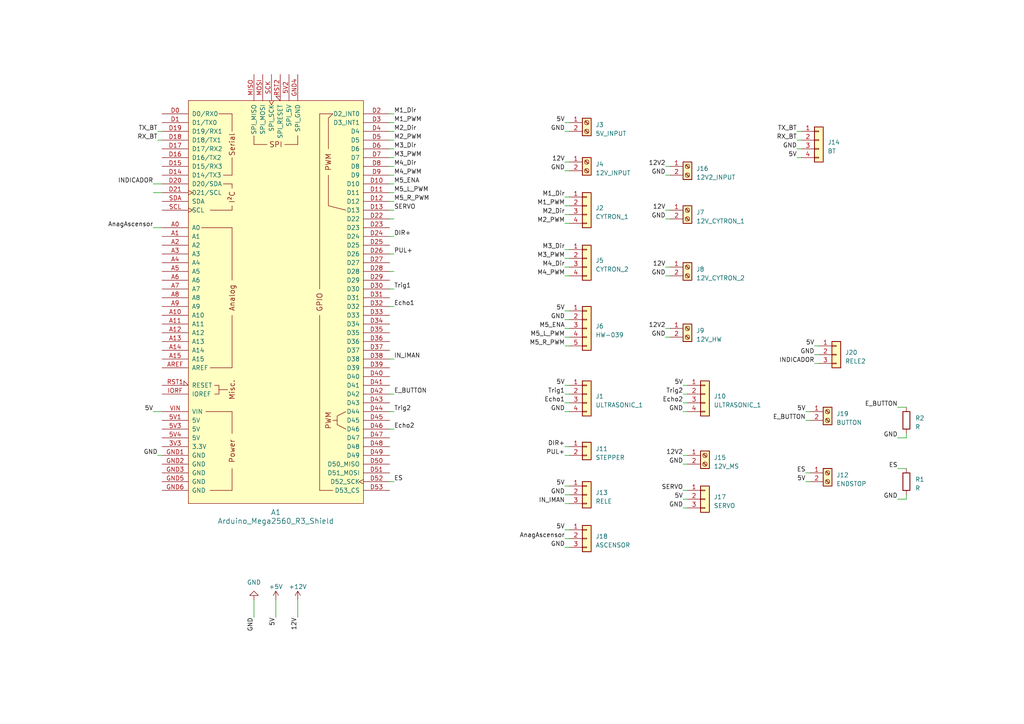
<source format=kicad_sch>
(kicad_sch (version 20230121) (generator eeschema)
  (paper "A4")
  (lib_symbols
    (symbol "ARDUINO:Arduino_Mega2560_R3_Shield" (pin_names (offset 1.016))
      (property "Reference" "A" (at 0 -62.23 0))
      (property "Value" "Arduino_Mega2560_R3_Shield" (at 0 -66.04 0))
      (symbol "Arduino_Mega2560_R3_Shield_0_0"
        (rectangle (start -25.4 -58.42) (end 25.4 58.42) (fill (type background)))
        (rectangle (start -20.32 -31.75) (end -12.7 -31.75))
        (rectangle (start -19.05 -54.61) (end -12.7 -54.61))
        (rectangle (start -19.05 -19.05) (end -12.7 -19.05))
        (rectangle (start -19.05 26.67) (end -12.7 26.67))
        (rectangle (start -17.78 -26.67) (end -16.51 -26.67))
        (rectangle (start -17.78 -24.13) (end -16.51 -24.13))
        (rectangle (start -16.51 -25.4) (end -13.97 -25.4))
        (rectangle (start -16.51 -24.13) (end -16.51 -26.67))
        (rectangle (start -16.51 54.61) (end -12.7 54.61))
        (rectangle (start -15.24 34.29) (end -12.7 34.29))
        (rectangle (start -15.24 36.83) (end -12.7 36.83))
        (rectangle (start -12.7 -54.61) (end -12.7 -48.26))
        (rectangle (start -12.7 -31.75) (end -12.7 -38.1))
        (rectangle (start -12.7 26.67) (end -12.7 27.94))
        (rectangle (start -12.7 34.29) (end -12.7 33.02))
        (rectangle (start -12.7 41.91) (end -12.7 36.83))
        (rectangle (start -12.7 49.53) (end -12.7 54.61))
        (rectangle (start -6.35 48.26) (end -6.35 45.72))
        (rectangle (start -2.54 45.72) (end -6.35 45.72))
        (polyline (pts (xy -21.59 21.59) (xy -12.7 21.59)))
        (polyline (pts (xy -12.7 -19.05) (xy -12.7 -3.81)))
        (polyline (pts (xy -12.7 6.35) (xy -12.7 21.59)))
        (polyline (pts (xy 12.7 -54.61) (xy 16.51 -54.61)))
        (polyline (pts (xy 12.7 54.61) (xy 16.51 54.61)))
        (polyline (pts (xy 17.78 -34.29) (xy 16.51 -34.29)))
        (polyline (pts (xy 15.24 36.83) (xy 15.24 27.94) (xy 20.32 26.67)))
        (polyline (pts (xy 15.24 44.45) (xy 15.24 53.34) (xy 16.51 54.61)))
        (polyline (pts (xy 20.32 -31.75) (xy 17.78 -33.02) (xy 17.78 -35.56) (xy 20.32 -36.83)))
        (rectangle (start 6.35 45.72) (end 2.54 45.72))
        (rectangle (start 6.35 48.26) (end 6.35 45.72))
        (text "Analog" (at -12.7 1.27 900) (effects (font (size 1.524 1.524))))
        (text "I²C" (at -12.7 30.48 900) (effects (font (size 1.524 1.524))))
        (text "Misc." (at -12.7 -25.4 900) (effects (font (size 1.524 1.524))))
        (text "Power" (at -12.7 -43.18 900) (effects (font (size 1.524 1.524))))
        (text "PWM" (at 15.24 -34.29 900) (effects (font (size 1.524 1.524))))
        (text "PWM" (at 15.24 40.64 900) (effects (font (size 1.524 1.524))))
        (text "Serial" (at -12.7 45.72 900) (effects (font (size 1.524 1.524))))
        (text "SPI" (at 0 45.72 0) (effects (font (size 1.524 1.524))))
      )
      (symbol "Arduino_Mega2560_R3_Shield_1_0"
        (rectangle (start 12.7 -54.61) (end 12.7 -3.81))
        (rectangle (start 12.7 54.61) (end 12.7 3.81))
        (text "GPIO" (at 12.7 0 900) (effects (font (size 1.524 1.524))))
      )
      (symbol "Arduino_Mega2560_R3_Shield_1_1"
        (pin power_out line (at -33.02 -41.91 0) (length 7.62) (name "3.3V") (number "3V3"))
        (pin power_in line (at -33.02 -34.29 0) (length 7.62) (name "5V") (number "5V1"))
        (pin power_in line (at 3.81 66.04 270) (length 7.62) (name "SPI_5V") (number "5V2"))
        (pin power_in line (at -33.02 -36.83 0) (length 7.62) (name "5V") (number "5V3"))
        (pin power_in line (at -33.02 -39.37 0) (length 7.62) (name "5V") (number "5V4"))
        (pin bidirectional line (at -33.02 21.59 0) (length 7.62) (name "A0") (number "A0"))
        (pin bidirectional line (at -33.02 19.05 0) (length 7.62) (name "A1") (number "A1"))
        (pin bidirectional line (at -33.02 -3.81 0) (length 7.62) (name "A10") (number "A10"))
        (pin bidirectional line (at -33.02 -6.35 0) (length 7.62) (name "A11") (number "A11"))
        (pin bidirectional line (at -33.02 -8.89 0) (length 7.62) (name "A12") (number "A12"))
        (pin bidirectional line (at -33.02 -11.43 0) (length 7.62) (name "A13") (number "A13"))
        (pin bidirectional line (at -33.02 -13.97 0) (length 7.62) (name "A14") (number "A14"))
        (pin bidirectional line (at -33.02 -16.51 0) (length 7.62) (name "A15") (number "A15"))
        (pin bidirectional line (at -33.02 16.51 0) (length 7.62) (name "A2") (number "A2"))
        (pin bidirectional line (at -33.02 13.97 0) (length 7.62) (name "A3") (number "A3"))
        (pin bidirectional line (at -33.02 11.43 0) (length 7.62) (name "A4") (number "A4"))
        (pin bidirectional line (at -33.02 8.89 0) (length 7.62) (name "A5") (number "A5"))
        (pin bidirectional line (at -33.02 6.35 0) (length 7.62) (name "A6") (number "A6"))
        (pin bidirectional line (at -33.02 3.81 0) (length 7.62) (name "A7") (number "A7"))
        (pin bidirectional line (at -33.02 1.27 0) (length 7.62) (name "A8") (number "A8"))
        (pin bidirectional line (at -33.02 -1.27 0) (length 7.62) (name "A9") (number "A9"))
        (pin input line (at -33.02 -19.05 0) (length 7.62) (name "AREF") (number "AREF"))
        (pin bidirectional line (at -33.02 54.61 0) (length 7.62) (name "D0/RX0") (number "D0"))
        (pin bidirectional line (at -33.02 52.07 0) (length 7.62) (name "D1/TX0") (number "D1"))
        (pin bidirectional line (at 33.02 34.29 180) (length 7.62) (name "D10") (number "D10"))
        (pin bidirectional line (at 33.02 31.75 180) (length 7.62) (name "D11") (number "D11"))
        (pin bidirectional line (at 33.02 29.21 180) (length 7.62) (name "D12") (number "D12"))
        (pin bidirectional line (at 33.02 26.67 180) (length 7.62) (name "D13") (number "D13"))
        (pin bidirectional line (at -33.02 36.83 0) (length 7.62) (name "D14/TX3") (number "D14"))
        (pin bidirectional line (at -33.02 39.37 0) (length 7.62) (name "D15/RX3") (number "D15"))
        (pin bidirectional line (at -33.02 41.91 0) (length 7.62) (name "D16/TX2") (number "D16"))
        (pin bidirectional line (at -33.02 44.45 0) (length 7.62) (name "D17/RX2") (number "D17"))
        (pin bidirectional line (at -33.02 46.99 0) (length 7.62) (name "D18/TX1") (number "D18"))
        (pin bidirectional line (at -33.02 49.53 0) (length 7.62) (name "D19/RX1") (number "D19"))
        (pin bidirectional line (at 33.02 54.61 180) (length 7.62) (name "D2_INT0") (number "D2"))
        (pin bidirectional line (at -33.02 34.29 0) (length 7.62) (name "D20/SDA") (number "D20"))
        (pin bidirectional clock (at -33.02 31.75 0) (length 7.62) (name "D21/SCL") (number "D21"))
        (pin bidirectional line (at 33.02 24.13 180) (length 7.62) (name "D22") (number "D22"))
        (pin bidirectional line (at 33.02 21.59 180) (length 7.62) (name "D23") (number "D23"))
        (pin bidirectional line (at 33.02 19.05 180) (length 7.62) (name "D24") (number "D24"))
        (pin bidirectional line (at 33.02 16.51 180) (length 7.62) (name "D25") (number "D25"))
        (pin bidirectional line (at 33.02 13.97 180) (length 7.62) (name "D26") (number "D26"))
        (pin bidirectional line (at 33.02 11.43 180) (length 7.62) (name "D27") (number "D27"))
        (pin bidirectional line (at 33.02 8.89 180) (length 7.62) (name "D28") (number "D28"))
        (pin bidirectional line (at 33.02 6.35 180) (length 7.62) (name "D29") (number "D29"))
        (pin bidirectional line (at 33.02 52.07 180) (length 7.62) (name "D3_INT1") (number "D3"))
        (pin bidirectional line (at 33.02 3.81 180) (length 7.62) (name "D30") (number "D30"))
        (pin bidirectional line (at 33.02 1.27 180) (length 7.62) (name "D31") (number "D31"))
        (pin bidirectional line (at 33.02 -1.27 180) (length 7.62) (name "D32") (number "D32"))
        (pin bidirectional line (at 33.02 -3.81 180) (length 7.62) (name "D33") (number "D33"))
        (pin bidirectional line (at 33.02 -6.35 180) (length 7.62) (name "D34") (number "D34"))
        (pin bidirectional line (at 33.02 -8.89 180) (length 7.62) (name "D35") (number "D35"))
        (pin bidirectional line (at 33.02 -11.43 180) (length 7.62) (name "D36") (number "D36"))
        (pin bidirectional line (at 33.02 -13.97 180) (length 7.62) (name "D37") (number "D37"))
        (pin bidirectional line (at 33.02 -16.51 180) (length 7.62) (name "D38") (number "D38"))
        (pin bidirectional line (at 33.02 -19.05 180) (length 7.62) (name "D39") (number "D39"))
        (pin bidirectional line (at 33.02 49.53 180) (length 7.62) (name "D4") (number "D4"))
        (pin bidirectional line (at 33.02 -21.59 180) (length 7.62) (name "D40") (number "D40"))
        (pin bidirectional line (at 33.02 -24.13 180) (length 7.62) (name "D41") (number "D41"))
        (pin bidirectional line (at 33.02 -26.67 180) (length 7.62) (name "D42") (number "D42"))
        (pin bidirectional line (at 33.02 -29.21 180) (length 7.62) (name "D43") (number "D43"))
        (pin bidirectional line (at 33.02 -31.75 180) (length 7.62) (name "D44") (number "D44"))
        (pin bidirectional line (at 33.02 -34.29 180) (length 7.62) (name "D45") (number "D45"))
        (pin bidirectional line (at 33.02 -36.83 180) (length 7.62) (name "D46") (number "D46"))
        (pin bidirectional line (at 33.02 -39.37 180) (length 7.62) (name "D47") (number "D47"))
        (pin bidirectional line (at 33.02 -41.91 180) (length 7.62) (name "D48") (number "D48"))
        (pin bidirectional line (at 33.02 -44.45 180) (length 7.62) (name "D49") (number "D49"))
        (pin bidirectional line (at 33.02 46.99 180) (length 7.62) (name "D5") (number "D5"))
        (pin bidirectional line (at 33.02 -46.99 180) (length 7.62) (name "D50_MISO") (number "D50"))
        (pin bidirectional line (at 33.02 -49.53 180) (length 7.62) (name "D51_MOSI") (number "D51"))
        (pin bidirectional clock (at 33.02 -52.07 180) (length 7.62) (name "D52_SCK") (number "D52"))
        (pin bidirectional line (at 33.02 -54.61 180) (length 7.62) (name "D53_CS") (number "D53"))
        (pin bidirectional line (at 33.02 44.45 180) (length 7.62) (name "D6") (number "D6"))
        (pin bidirectional line (at 33.02 41.91 180) (length 7.62) (name "D7") (number "D7"))
        (pin bidirectional line (at 33.02 39.37 180) (length 7.62) (name "D8") (number "D8"))
        (pin bidirectional line (at 33.02 36.83 180) (length 7.62) (name "D9") (number "D9"))
        (pin power_in line (at -33.02 -44.45 0) (length 7.62) (name "GND") (number "GND1"))
        (pin power_in line (at -33.02 -46.99 0) (length 7.62) (name "GND") (number "GND2"))
        (pin power_in line (at -33.02 -49.53 0) (length 7.62) (name "GND") (number "GND3"))
        (pin power_in line (at 6.35 66.04 270) (length 7.62) (name "SPI_GND") (number "GND4"))
        (pin power_in line (at -33.02 -52.07 0) (length 7.62) (name "GND") (number "GND5"))
        (pin power_in line (at -33.02 -54.61 0) (length 7.62) (name "GND") (number "GND6"))
        (pin output line (at -33.02 -26.67 0) (length 7.62) (name "IOREF") (number "IORF"))
        (pin input line (at -6.35 66.04 270) (length 7.62) (name "SPI_MISO") (number "MISO"))
        (pin output line (at -3.81 66.04 270) (length 7.62) (name "SPI_MOSI") (number "MOSI"))
        (pin open_collector input_low (at -33.02 -24.13 0) (length 7.62) (name "RESET") (number "RST1"))
        (pin open_collector input_low (at 1.27 66.04 270) (length 7.62) (name "SPI_RESET") (number "RST2"))
        (pin output clock (at -1.27 66.04 270) (length 7.62) (name "SPI_SCK") (number "SCK"))
        (pin bidirectional clock (at -33.02 26.67 0) (length 7.62) (name "SCL") (number "SCL"))
        (pin bidirectional line (at -33.02 29.21 0) (length 7.62) (name "SDA") (number "SDA"))
        (pin power_in line (at -33.02 -31.75 0) (length 7.62) (name "VIN") (number "VIN"))
      )
    )
    (symbol "Connector:Screw_Terminal_01x02" (pin_names (offset 1.016) hide)
      (property "Reference" "J" (at 0 2.54 0))
      (property "Value" "Screw_Terminal_01x02" (at 0 -5.08 0))
      (symbol "Screw_Terminal_01x02_1_1"
        (rectangle (start -1.27 1.27) (end 1.27 -3.81) (stroke (width 0.254)) (fill (type background)))
        (circle (center 0 -2.54) (radius 0.635) (stroke (width 0.1524)))
        (polyline (pts (xy -0.5334 -2.2098) (xy 0.3302 -3.048)) (stroke (width 0.1524)))
        (polyline (pts (xy -0.5334 0.3302) (xy 0.3302 -0.508)) (stroke (width 0.1524)))
        (polyline (pts (xy -0.3556 -2.032) (xy 0.508 -2.8702)) (stroke (width 0.1524)))
        (polyline (pts (xy -0.3556 0.508) (xy 0.508 -0.3302)) (stroke (width 0.1524)))
        (circle (center 0 0) (radius 0.635) (stroke (width 0.1524)))
        (pin passive line (at -5.08 0 0) (length 3.81) (name "Pin_1") (number "1"))
        (pin passive line (at -5.08 -2.54 0) (length 3.81) (name "Pin_2") (number "2"))
      )
    )
    (symbol "Connector_Generic:Conn_01x02" (pin_names (offset 1.016) hide)
      (property "Reference" "J" (at 0 2.54 0))
      (property "Value" "Conn_01x02" (at 0 -5.08 0))
      (symbol "Conn_01x02_1_1"
        (rectangle (start -1.27 -2.413) (end 0 -2.667) (stroke (width 0.1524)))
        (rectangle (start -1.27 0.127) (end 0 -0.127) (stroke (width 0.1524)))
        (rectangle (start -1.27 1.27) (end 1.27 -3.81) (stroke (width 0.254)) (fill (type background)))
        (pin passive line (at -5.08 0 0) (length 3.81) (name "Pin_1") (number "1"))
        (pin passive line (at -5.08 -2.54 0) (length 3.81) (name "Pin_2") (number "2"))
      )
    )
    (symbol "Connector_Generic:Conn_01x03" (pin_names (offset 1.016) hide)
      (property "Reference" "J" (at 0 5.08 0))
      (property "Value" "Conn_01x03" (at 0 -5.08 0))
      (symbol "Conn_01x03_1_1"
        (rectangle (start -1.27 -2.413) (end 0 -2.667) (stroke (width 0.1524)))
        (rectangle (start -1.27 0.127) (end 0 -0.127) (stroke (width 0.1524)))
        (rectangle (start -1.27 2.667) (end 0 2.413) (stroke (width 0.1524)))
        (rectangle (start -1.27 3.81) (end 1.27 -3.81) (stroke (width 0.254)) (fill (type background)))
        (pin passive line (at -5.08 2.54 0) (length 3.81) (name "Pin_1") (number "1"))
        (pin passive line (at -5.08 0 0) (length 3.81) (name "Pin_2") (number "2"))
        (pin passive line (at -5.08 -2.54 0) (length 3.81) (name "Pin_3") (number "3"))
      )
    )
    (symbol "Connector_Generic:Conn_01x04" (pin_names (offset 1.016) hide)
      (property "Reference" "J" (at 0 5.08 0))
      (property "Value" "Conn_01x04" (at 0 -7.62 0))
      (symbol "Conn_01x04_1_1"
        (rectangle (start -1.27 -4.953) (end 0 -5.207) (stroke (width 0.1524)))
        (rectangle (start -1.27 -2.413) (end 0 -2.667) (stroke (width 0.1524)))
        (rectangle (start -1.27 0.127) (end 0 -0.127) (stroke (width 0.1524)))
        (rectangle (start -1.27 2.667) (end 0 2.413) (stroke (width 0.1524)))
        (rectangle (start -1.27 3.81) (end 1.27 -6.35) (stroke (width 0.254)) (fill (type background)))
        (pin passive line (at -5.08 2.54 0) (length 3.81) (name "Pin_1") (number "1"))
        (pin passive line (at -5.08 0 0) (length 3.81) (name "Pin_2") (number "2"))
        (pin passive line (at -5.08 -2.54 0) (length 3.81) (name "Pin_3") (number "3"))
        (pin passive line (at -5.08 -5.08 0) (length 3.81) (name "Pin_4") (number "4"))
      )
    )
    (symbol "Connector_Generic:Conn_01x05" (pin_names (offset 1.016) hide)
      (property "Reference" "J" (at 0 7.62 0))
      (property "Value" "Conn_01x05" (at 0 -7.62 0))
      (symbol "Conn_01x05_1_1"
        (rectangle (start -1.27 -4.953) (end 0 -5.207) (stroke (width 0.1524)))
        (rectangle (start -1.27 -2.413) (end 0 -2.667) (stroke (width 0.1524)))
        (rectangle (start -1.27 0.127) (end 0 -0.127) (stroke (width 0.1524)))
        (rectangle (start -1.27 2.667) (end 0 2.413) (stroke (width 0.1524)))
        (rectangle (start -1.27 5.207) (end 0 4.953) (stroke (width 0.1524)))
        (rectangle (start -1.27 6.35) (end 1.27 -6.35) (stroke (width 0.254)) (fill (type background)))
        (pin passive line (at -5.08 5.08 0) (length 3.81) (name "Pin_1") (number "1"))
        (pin passive line (at -5.08 2.54 0) (length 3.81) (name "Pin_2") (number "2"))
        (pin passive line (at -5.08 0 0) (length 3.81) (name "Pin_3") (number "3"))
        (pin passive line (at -5.08 -2.54 0) (length 3.81) (name "Pin_4") (number "4"))
        (pin passive line (at -5.08 -5.08 0) (length 3.81) (name "Pin_5") (number "5"))
      )
    )
    (symbol "Device:R" (pin_numbers hide) (pin_names (offset 0))
      (property "Reference" "R" (at 2.032 0 90))
      (property "Value" "R" (at 0 0 90))
      (symbol "R_0_1"
        (rectangle (start -1.016 -2.54) (end 1.016 2.54) (stroke (width 0.254)))
      )
      (symbol "R_1_1"
        (pin passive line (at 0 3.81 270) (length 1.27) (name "~") (number "1"))
        (pin passive line (at 0 -3.81 90) (length 1.27) (name "~") (number "2"))
      )
    )
    (symbol "power:+12V" (power) (pin_names (offset 0))
      (property "Value" "+12V" (at 0 3.556 0))
      (symbol "+12V_0_1"
        (polyline (pts (xy -0.762 1.27) (xy 0 2.54)))
        (polyline (pts (xy 0 0) (xy 0 2.54)))
        (polyline (pts (xy 0 2.54) (xy 0.762 1.27)))
      )
      (symbol "+12V_1_1"
        (pin power_in line (at 0 0 90) (length 0) hide (name "+12V") (number "1"))
      )
    )
    (symbol "power:+5V" (power) (pin_names (offset 0))
      (property "Value" "+5V" (at 0 3.556 0))
      (symbol "+5V_0_1"
        (polyline (pts (xy -0.762 1.27) (xy 0 2.54)))
        (polyline (pts (xy 0 0) (xy 0 2.54)))
        (polyline (pts (xy 0 2.54) (xy 0.762 1.27)))
      )
      (symbol "+5V_1_1"
        (pin power_in line (at 0 0 90) (length 0) hide (name "+5V") (number "1"))
      )
    )
    (symbol "power:GND" (power) (pin_names (offset 0))
      (property "Value" "GND" (at 0 -3.81 0))
      (symbol "GND_0_1"
        (polyline (pts (xy 0 0) (xy 0 -1.27) (xy 1.27 -1.27) (xy 0 -2.54) (xy -1.27 -1.27) (xy 0 -1.27)))
      )
      (symbol "GND_1_1"
        (pin power_in line (at 0 0 270) (length 0) hide (name "GND") (number "1"))
      )
    )
  )
  (wire (pts (xy 114.3 33.02) (xy 113.03 33.02)))
  (wire (pts (xy 163.83 57.15) (xy 165.1 57.15)))
  (wire (pts (xy 163.83 97.79) (xy 165.1 97.79)))
  (wire (pts (xy 163.83 49.53) (xy 165.1 49.53)))
  (wire (pts (xy 163.83 80.01) (xy 165.1 80.01)))
  (wire (pts (xy 233.68 139.7) (xy 234.95 139.7)))
  (wire (pts (xy 193.04 63.5) (xy 194.31 63.5)))
  (wire (pts (xy 163.83 140.97) (xy 165.1 140.97)))
  (wire (pts (xy 114.3 78.74) (xy 113.03 78.74)))
  (wire (pts (xy 163.83 111.76) (xy 165.1 111.76)))
  (wire (pts (xy 193.04 48.26) (xy 194.31 48.26)))
  (wire (pts (xy 231.14 43.18) (xy 232.41 43.18)))
  (wire (pts (xy 163.83 153.67) (xy 165.1 153.67)))
  (wire (pts (xy 236.22 100.33) (xy 237.49 100.33)))
  (wire (pts (xy 114.3 58.42) (xy 113.03 58.42)))
  (wire (pts (xy 114.3 83.82) (xy 113.03 83.82)))
  (wire (pts (xy 163.83 143.51) (xy 165.1 143.51)))
  (wire (pts (xy 163.83 38.1) (xy 165.1 38.1)))
  (wire (pts (xy 198.12 142.24) (xy 199.39 142.24)))
  (wire (pts (xy 198.12 132.08) (xy 199.39 132.08)))
  (wire (pts (xy 262.89 143.51) (xy 262.89 144.78)))
  (wire (pts (xy 114.3 45.72) (xy 113.03 45.72)))
  (wire (pts (xy 163.83 46.99) (xy 165.1 46.99)))
  (wire (pts (xy 231.14 45.72) (xy 232.41 45.72)))
  (wire (pts (xy 233.68 137.16) (xy 234.95 137.16)))
  (wire (pts (xy 198.12 134.62) (xy 199.39 134.62)))
  (wire (pts (xy 114.3 60.96) (xy 113.03 60.96)))
  (wire (pts (xy 163.83 35.56) (xy 165.1 35.56)))
  (wire (pts (xy 198.12 144.78) (xy 199.39 144.78)))
  (wire (pts (xy 163.83 132.08) (xy 165.1 132.08)))
  (wire (pts (xy 114.3 38.1) (xy 113.03 38.1)))
  (wire (pts (xy 198.12 111.76) (xy 199.39 111.76)))
  (wire (pts (xy 231.14 40.64) (xy 232.41 40.64)))
  (wire (pts (xy 114.3 124.46) (xy 113.03 124.46)))
  (wire (pts (xy 114.3 68.58) (xy 113.03 68.58)))
  (wire (pts (xy 236.22 105.41) (xy 237.49 105.41)))
  (wire (pts (xy 193.04 60.96) (xy 194.31 60.96)))
  (wire (pts (xy 163.83 114.3) (xy 165.1 114.3)))
  (wire (pts (xy 163.83 72.39) (xy 165.1 72.39)))
  (wire (pts (xy 163.83 158.75) (xy 165.1 158.75)))
  (wire (pts (xy 163.83 74.93) (xy 165.1 74.93)))
  (wire (pts (xy 114.3 104.14) (xy 113.03 104.14)))
  (wire (pts (xy 163.83 129.54) (xy 165.1 129.54)))
  (wire (pts (xy 193.04 77.47) (xy 194.31 77.47)))
  (wire (pts (xy 193.04 80.01) (xy 194.31 80.01)))
  (wire (pts (xy 193.04 50.8) (xy 194.31 50.8)))
  (wire (pts (xy 193.04 97.79) (xy 194.31 97.79)))
  (wire (pts (xy 114.3 48.26) (xy 113.03 48.26)))
  (wire (pts (xy 73.66 179.07) (xy 73.66 173.99)))
  (wire (pts (xy 80.01 173.99) (xy 80.01 179.07)))
  (wire (pts (xy 163.83 62.23) (xy 165.1 62.23)))
  (wire (pts (xy 163.83 100.33) (xy 165.1 100.33)))
  (wire (pts (xy 44.45 119.38) (xy 46.99 119.38)))
  (wire (pts (xy 45.72 38.1) (xy 46.99 38.1)))
  (wire (pts (xy 163.83 119.38) (xy 165.1 119.38)))
  (wire (pts (xy 45.72 132.08) (xy 46.99 132.08)))
  (wire (pts (xy 163.83 92.71) (xy 165.1 92.71)))
  (wire (pts (xy 260.35 135.89) (xy 262.89 135.89)))
  (wire (pts (xy 163.83 90.17) (xy 165.1 90.17)))
  (wire (pts (xy 114.3 139.7) (xy 113.03 139.7)))
  (wire (pts (xy 193.04 95.25) (xy 194.31 95.25)))
  (wire (pts (xy 114.3 88.9) (xy 113.03 88.9)))
  (wire (pts (xy 114.3 73.66) (xy 113.03 73.66)))
  (wire (pts (xy 114.3 114.3) (xy 113.03 114.3)))
  (wire (pts (xy 86.36 173.99) (xy 86.36 179.07)))
  (wire (pts (xy 163.83 95.25) (xy 165.1 95.25)))
  (wire (pts (xy 233.68 121.92) (xy 234.95 121.92)))
  (wire (pts (xy 260.35 118.11) (xy 262.89 118.11)))
  (wire (pts (xy 114.3 63.5) (xy 113.03 63.5)))
  (wire (pts (xy 163.83 77.47) (xy 165.1 77.47)))
  (wire (pts (xy 233.68 119.38) (xy 234.95 119.38)))
  (wire (pts (xy 262.89 144.78) (xy 260.35 144.78)))
  (wire (pts (xy 114.3 53.34) (xy 113.03 53.34)))
  (wire (pts (xy 114.3 119.38) (xy 113.03 119.38)))
  (wire (pts (xy 198.12 114.3) (xy 199.39 114.3)))
  (wire (pts (xy 262.89 127) (xy 260.35 127)))
  (wire (pts (xy 163.83 64.77) (xy 165.1 64.77)))
  (wire (pts (xy 163.83 59.69) (xy 165.1 59.69)))
  (wire (pts (xy 114.3 35.56) (xy 113.03 35.56)))
  (wire (pts (xy 198.12 119.38) (xy 199.39 119.38)))
  (wire (pts (xy 236.22 102.87) (xy 237.49 102.87)))
  (wire (pts (xy 198.12 147.32) (xy 199.39 147.32)))
  (wire (pts (xy 262.89 125.73) (xy 262.89 127)))
  (wire (pts (xy 163.83 116.84) (xy 165.1 116.84)))
  (wire (pts (xy 44.45 55.88) (xy 46.99 55.88)))
  (wire (pts (xy 163.83 146.05) (xy 165.1 146.05)))
  (wire (pts (xy 44.45 66.04) (xy 46.99 66.04)))
  (wire (pts (xy 198.12 116.84) (xy 199.39 116.84)))
  (wire (pts (xy 114.3 55.88) (xy 113.03 55.88)))
  (wire (pts (xy 44.45 53.34) (xy 46.99 53.34)))
  (wire (pts (xy 114.3 40.64) (xy 113.03 40.64)))
  (wire (pts (xy 163.83 156.21) (xy 165.1 156.21)))
  (wire (pts (xy 114.3 43.18) (xy 113.03 43.18)))
  (wire (pts (xy 231.14 38.1) (xy 232.41 38.1)))
  (wire (pts (xy 114.3 50.8) (xy 113.03 50.8)))
  (wire (pts (xy 45.72 40.64) (xy 46.99 40.64)))
  (label "M1_PWM" (at 163.83 59.69 180))
  (label "Echo1" (at 163.83 116.84 180))
  (label "5V" (at 163.83 35.56 180))
  (label "12V" (at 193.04 77.47 180))
  (label "M1_Dir" (at 114.3 33.02 0))
  (label "5V" (at 233.68 119.38 180))
  (label "GND" (at 198.12 134.62 180))
  (label "GND" (at 260.35 127 180))
  (label "M2_PWM" (at 163.83 64.77 180))
  (label "M5_ENA" (at 114.3 53.34 0))
  (label "INDICADOR" (at 236.22 105.41 180))
  (label "GND" (at 198.12 119.38 180))
  (label "GND" (at 163.83 38.1 180))
  (label "GND" (at 163.83 143.51 180))
  (label "RX_BT" (at 45.72 40.64 180))
  (label "Trig1" (at 114.3 83.82 0))
  (label "DIR+" (at 114.3 68.58 0))
  (label "5V" (at 236.22 100.33 180))
  (label "12V" (at 86.36 179.07 270))
  (label "M1_Dir" (at 163.83 57.15 180))
  (label "M5_L_PWM" (at 163.83 97.79 180))
  (label "GND" (at 163.83 92.71 180))
  (label "SERVO" (at 114.3 60.96 0))
  (label "ES" (at 260.35 135.89 180))
  (label "GND" (at 231.14 43.18 180))
  (label "12V" (at 193.04 60.96 180))
  (label "Trig2" (at 198.12 114.3 180))
  (label "AnagAscensor" (at 163.83 156.21 180))
  (label "IN_IMAN" (at 163.83 146.05 180))
  (label "RX_BT" (at 231.14 40.64 180))
  (label "ES" (at 233.68 137.16 180))
  (label "12V" (at 163.83 46.99 180))
  (label "M5_ENA" (at 163.83 95.25 180))
  (label "M5_R_PWM" (at 163.83 100.33 180))
  (label "M5_L_PWM" (at 114.3 55.88 0))
  (label "GND" (at 193.04 50.8 180))
  (label "12V2" (at 193.04 48.26 180))
  (label "GND" (at 236.22 102.87 180))
  (label "GND" (at 193.04 80.01 180))
  (label "M2_Dir" (at 114.3 38.1 0))
  (label "M1_PWM" (at 114.3 35.56 0))
  (label "INDICADOR" (at 44.45 53.34 180))
  (label "M3_PWM" (at 163.83 74.93 180))
  (label "GND" (at 193.04 63.5 180))
  (label "PUL+" (at 114.3 73.66 0))
  (label "M3_Dir" (at 163.83 72.39 180))
  (label "Echo2" (at 114.3 124.46 0))
  (label "M4_PWM" (at 163.83 80.01 180))
  (label "DIR+" (at 163.83 129.54 180))
  (label "TX_BT" (at 45.72 38.1 180))
  (label "M4_Dir" (at 114.3 48.26 0))
  (label "M2_Dir" (at 163.83 62.23 180))
  (label "12V2" (at 193.04 95.25 180))
  (label "GND" (at 163.83 49.53 180))
  (label "E_BUTTON" (at 260.35 118.11 180))
  (label "Echo1" (at 114.3 88.9 0))
  (label "GND" (at 163.83 119.38 180))
  (label "Echo2" (at 198.12 116.84 180))
  (label "5V" (at 44.45 119.38 180))
  (label "M4_Dir" (at 163.83 77.47 180))
  (label "TX_BT" (at 231.14 38.1 180))
  (label "AnagAscensor" (at 44.45 66.04 180))
  (label "PUL+" (at 163.83 132.08 180))
  (label "5V" (at 80.01 179.07 270))
  (label "M2_PWM" (at 114.3 40.64 0))
  (label "GND" (at 73.66 179.07 270))
  (label "SERVO" (at 198.12 142.24 180))
  (label "M5_R_PWM" (at 114.3 58.42 0))
  (label "GND" (at 198.12 147.32 180))
  (label "5V" (at 198.12 144.78 180))
  (label "M4_PWM" (at 114.3 50.8 0))
  (label "5V" (at 233.68 139.7 180))
  (label "GND" (at 260.35 144.78 180))
  (label "M3_PWM" (at 114.3 45.72 0))
  (label "5V" (at 198.12 111.76 180))
  (label "ES" (at 114.3 139.7 0))
  (label "Trig2" (at 114.3 119.38 0))
  (label "5V" (at 163.83 111.76 180))
  (label "5V" (at 163.83 140.97 180))
  (label "GND" (at 45.72 132.08 180))
  (label "5V" (at 163.83 90.17 180))
  (label "Trig1" (at 163.83 114.3 180))
  (label "M3_Dir" (at 114.3 43.18 0))
  (label "GND" (at 163.83 158.75 180))
  (label "GND" (at 193.04 97.79 180))
  (label "5V" (at 231.14 45.72 180))
  (label "E_BUTTON" (at 114.3 114.3 0))
  (label "5V" (at 163.83 153.67 180))
  (label "E_BUTTON" (at 233.68 121.92 180))
  (label "12V2" (at 198.12 132.08 180))
  (label "IN_IMAN" (at 114.3 104.14 0))
  (symbol (lib_id "Connector:Screw_Terminal_01x02") (at 199.39 77.47 0) (unit 1)
    (property "Reference" "J8" (at 201.93 78.105 0) (effects (justify left)))
    (property "Value" "12V_CYTRON_2" (at 201.93 80.645 0) (effects (justify left)))
    (property "Footprint" "TerminalBlock_4Ucon:TerminalBlock_4Ucon_1x02_P3.50mm_Horizontal" (effects hide))
  )
  (symbol (lib_id "Connector_Generic:Conn_01x04") (at 170.18 114.3 0) (unit 1)
    (property "Reference" "J1" (at 172.72 114.935 0) (effects (justify left)))
    (property "Value" "ULTRASONIC_1" (at 172.72 117.475 0) (effects (justify left)))
    (property "Footprint" "Connector_JST:JST_EH_B4B-EH-A_1x04_P2.50mm_Vertical" (effects hide))
  )
  (symbol (lib_id "power:+12V") (at 86.36 173.99 0) (unit 1)
    (property "Reference" "#PWR03" (effects hide))
    (property "Value" "+12V" (at 86.36 170.18 0))
  )
  (symbol (lib_id "Connector:Screw_Terminal_01x02") (at 240.03 137.16 0) (unit 1)
    (property "Reference" "J12" (at 242.57 137.795 0) (effects (justify left)))
    (property "Value" "ENDSTOP" (at 242.57 140.335 0) (effects (justify left)))
    (property "Footprint" "TerminalBlock_4Ucon:TerminalBlock_4Ucon_1x02_P3.50mm_Horizontal" (effects hide))
  )
  (symbol (lib_id "Connector_Generic:Conn_01x05") (at 170.18 95.25 0) (unit 1)
    (property "Reference" "J6" (at 172.72 94.615 0) (effects (justify left)))
    (property "Value" "HW-039" (at 172.72 97.155 0) (effects (justify left)))
    (property "Footprint" "Connector_JST:JST_EH_B5B-EH-A_1x05_P2.50mm_Vertical" (effects hide))
  )
  (symbol (lib_id "Connector_Generic:Conn_01x04") (at 204.47 114.3 0) (unit 1)
    (property "Reference" "J10" (at 207.01 114.935 0) (effects (justify left)))
    (property "Value" "ULTRASONIC_1" (at 207.01 117.475 0) (effects (justify left)))
    (property "Footprint" "Connector_JST:JST_EH_B4B-EH-A_1x04_P2.50mm_Vertical" (effects hide))
  )
  (symbol (lib_id "Connector:Screw_Terminal_01x02") (at 204.47 132.08 0) (unit 1)
    (property "Reference" "J15" (at 207.01 132.715 0) (effects (justify left)))
    (property "Value" "12V_MS" (at 207.01 135.255 0) (effects (justify left)))
    (property "Footprint" "TerminalBlock_4Ucon:TerminalBlock_4Ucon_1x02_P3.50mm_Horizontal" (effects hide))
  )
  (symbol (lib_id "Device:R") (at 262.89 139.7 0) (unit 1)
    (property "Reference" "R1" (at 265.43 139.065 0) (effects (justify left)))
    (property "Value" "R" (at 265.43 141.605 0) (effects (justify left)))
    (property "Footprint" "Resistor_THT:R_Axial_DIN0204_L3.6mm_D1.6mm_P7.62mm_Horizontal" (effects hide))
  )
  (symbol (lib_id "power:GND") (at 73.66 173.99 180) (unit 1)
    (property "Reference" "#PWR01" (effects hide))
    (property "Value" "GND" (at 73.66 168.91 0))
  )
  (symbol (lib_id "Connector_Generic:Conn_01x03") (at 242.57 102.87 0) (unit 1)
    (property "Reference" "J20" (at 245.11 102.235 0) (effects (justify left)))
    (property "Value" "RELE2" (at 245.11 104.775 0) (effects (justify left)))
    (property "Footprint" "Connector_JST:JST_EH_B3B-EH-A_1x03_P2.50mm_Vertical" (effects hide))
  )
  (symbol (lib_id "Connector:Screw_Terminal_01x02") (at 240.03 119.38 0) (unit 1)
    (property "Reference" "J19" (at 242.57 120.015 0) (effects (justify left)))
    (property "Value" "BUTTON" (at 242.57 122.555 0) (effects (justify left)))
    (property "Footprint" "TerminalBlock_4Ucon:TerminalBlock_4Ucon_1x02_P3.50mm_Horizontal" (effects hide))
  )
  (symbol (lib_id "ARDUINO:Arduino_Mega2560_R3_Shield") (at 80.01 87.63 0) (unit 1)
    (property "Reference" "A1" (at 80.01 148.59 0) (effects (font (size 1.524 1.524))))
    (property "Value" "Arduino_Mega2560_R3_Shield" (at 80.01 151.13 0) (effects (font (size 1.524 1.524))))
    (property "Footprint" "ARDUINO:Arduino_Mega2560_R3_Shield" (effects hide))
    (property "Datasheet" "https://docs.arduino.cc/hardware/mega-2560" (effects hide))
  )
  (symbol (lib_id "Connector_Generic:Conn_01x04") (at 170.18 74.93 0) (unit 1)
    (property "Reference" "J5" (at 172.72 75.565 0) (effects (justify left)))
    (property "Value" "CYTRON_2" (at 172.72 78.105 0) (effects (justify left)))
    (property "Footprint" "Connector_JST:JST_EH_B4B-EH-A_1x04_P2.50mm_Vertical" (effects hide))
  )
  (symbol (lib_id "Connector_Generic:Conn_01x04") (at 170.18 59.69 0) (unit 1)
    (property "Reference" "J2" (at 172.72 60.325 0) (effects (justify left)))
    (property "Value" "CYTRON_1" (at 172.72 62.865 0) (effects (justify left)))
    (property "Footprint" "Connector_JST:JST_EH_B4B-EH-A_1x04_P2.50mm_Vertical" (effects hide))
  )
  (symbol (lib_id "Connector:Screw_Terminal_01x02") (at 170.18 46.99 0) (unit 1)
    (property "Reference" "J4" (at 172.72 47.625 0) (effects (justify left)))
    (property "Value" "12V_INPUT" (at 172.72 50.165 0) (effects (justify left)))
    (property "Footprint" "TerminalBlock:TerminalBlock_bornier-2_P5.08mm" (effects hide))
  )
  (symbol (lib_id "Connector_Generic:Conn_01x04") (at 237.49 40.64 0) (unit 1)
    (property "Reference" "J14" (at 240.03 41.275 0) (effects (justify left)))
    (property "Value" "BT" (at 240.03 43.815 0) (effects (justify left)))
    (property "Footprint" "Connector_JST:JST_EH_B4B-EH-A_1x04_P2.50mm_Vertical" (effects hide))
  )
  (symbol (lib_id "Connector_Generic:Conn_01x03") (at 170.18 156.21 0) (unit 1)
    (property "Reference" "J18" (at 172.72 155.575 0) (effects (justify left)))
    (property "Value" "ASCENSOR" (at 172.72 158.115 0) (effects (justify left)))
    (property "Footprint" "Connector_JST:JST_EH_B3B-EH-A_1x03_P2.50mm_Vertical" (effects hide))
  )
  (symbol (lib_id "Connector_Generic:Conn_01x03") (at 204.47 144.78 0) (unit 1)
    (property "Reference" "J17" (at 207.01 144.145 0) (effects (justify left)))
    (property "Value" "SERVO" (at 207.01 146.685 0) (effects (justify left)))
    (property "Footprint" "Connector_JST:JST_EH_B3B-EH-A_1x03_P2.50mm_Vertical" (effects hide))
  )
  (symbol (lib_id "Connector:Screw_Terminal_01x02") (at 199.39 48.26 0) (unit 1)
    (property "Reference" "J16" (at 201.93 48.895 0) (effects (justify left)))
    (property "Value" "12V2_INPUT" (at 201.93 51.435 0) (effects (justify left)))
    (property "Footprint" "TerminalBlock:TerminalBlock_bornier-2_P5.08mm" (effects hide))
  )
  (symbol (lib_id "Connector:Screw_Terminal_01x02") (at 199.39 60.96 0) (unit 1)
    (property "Reference" "J7" (at 201.93 61.595 0) (effects (justify left)))
    (property "Value" "12V_CYTRON_1" (at 201.93 64.135 0) (effects (justify left)))
    (property "Footprint" "TerminalBlock_4Ucon:TerminalBlock_4Ucon_1x02_P3.50mm_Horizontal" (effects hide))
  )
  (symbol (lib_id "Device:R") (at 262.89 121.92 0) (unit 1)
    (property "Reference" "R2" (at 265.43 121.285 0) (effects (justify left)))
    (property "Value" "R" (at 265.43 123.825 0) (effects (justify left)))
    (property "Footprint" "Resistor_THT:R_Axial_DIN0204_L3.6mm_D1.6mm_P7.62mm_Horizontal" (effects hide))
  )
  (symbol (lib_id "Connector_Generic:Conn_01x03") (at 170.18 143.51 0) (unit 1)
    (property "Reference" "J13" (at 172.72 142.875 0) (effects (justify left)))
    (property "Value" "RELE" (at 172.72 145.415 0) (effects (justify left)))
    (property "Footprint" "Connector_JST:JST_EH_B3B-EH-A_1x03_P2.50mm_Vertical" (effects hide))
  )
  (symbol (lib_id "Connector:Screw_Terminal_01x02") (at 170.18 35.56 0) (unit 1)
    (property "Reference" "J3" (at 172.72 36.195 0) (effects (justify left)))
    (property "Value" "5V_INPUT" (at 172.72 38.735 0) (effects (justify left)))
    (property "Footprint" "TerminalBlock:TerminalBlock_bornier-2_P5.08mm" (effects hide))
  )
  (symbol (lib_id "power:+5V") (at 80.01 173.99 0) (unit 1)
    (property "Reference" "#PWR02" (effects hide))
    (property "Value" "+5V" (at 80.01 170.18 0))
  )
  (symbol (lib_id "Connector:Screw_Terminal_01x02") (at 199.39 95.25 0) (unit 1)
    (property "Reference" "J9" (at 201.93 95.885 0) (effects (justify left)))
    (property "Value" "12V_HW" (at 201.93 98.425 0) (effects (justify left)))
    (property "Footprint" "TerminalBlock_4Ucon:TerminalBlock_4Ucon_1x02_P3.50mm_Horizontal" (effects hide))
  )
  (symbol (lib_id "Connector_Generic:Conn_01x02") (at 170.18 129.54 0) (unit 1)
    (property "Reference" "J11" (at 172.72 130.175 0) (effects (justify left)))
    (property "Value" "STEPPER" (at 172.72 132.715 0) (effects (justify left)))
    (property "Footprint" "Connector_JST:JST_EH_B2B-EH-A_1x02_P2.50mm_Vertical" (effects hide))
  )
)
</source>
